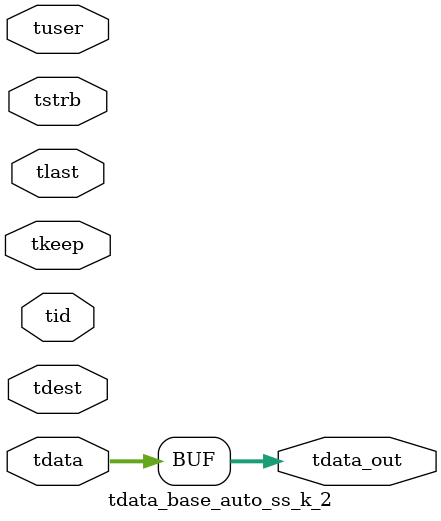
<source format=v>


`timescale 1ps/1ps

module tdata_base_auto_ss_k_2 #
(
parameter C_S_AXIS_TDATA_WIDTH = 32,
parameter C_S_AXIS_TUSER_WIDTH = 0,
parameter C_S_AXIS_TID_WIDTH   = 0,
parameter C_S_AXIS_TDEST_WIDTH = 0,
parameter C_M_AXIS_TDATA_WIDTH = 32
)
(
input  [(C_S_AXIS_TDATA_WIDTH == 0 ? 1 : C_S_AXIS_TDATA_WIDTH)-1:0     ] tdata,
input  [(C_S_AXIS_TUSER_WIDTH == 0 ? 1 : C_S_AXIS_TUSER_WIDTH)-1:0     ] tuser,
input  [(C_S_AXIS_TID_WIDTH   == 0 ? 1 : C_S_AXIS_TID_WIDTH)-1:0       ] tid,
input  [(C_S_AXIS_TDEST_WIDTH == 0 ? 1 : C_S_AXIS_TDEST_WIDTH)-1:0     ] tdest,
input  [(C_S_AXIS_TDATA_WIDTH/8)-1:0 ] tkeep,
input  [(C_S_AXIS_TDATA_WIDTH/8)-1:0 ] tstrb,
input                                                                    tlast,
output [C_M_AXIS_TDATA_WIDTH-1:0] tdata_out
);

assign tdata_out = {tdata[31:0]};

endmodule


</source>
